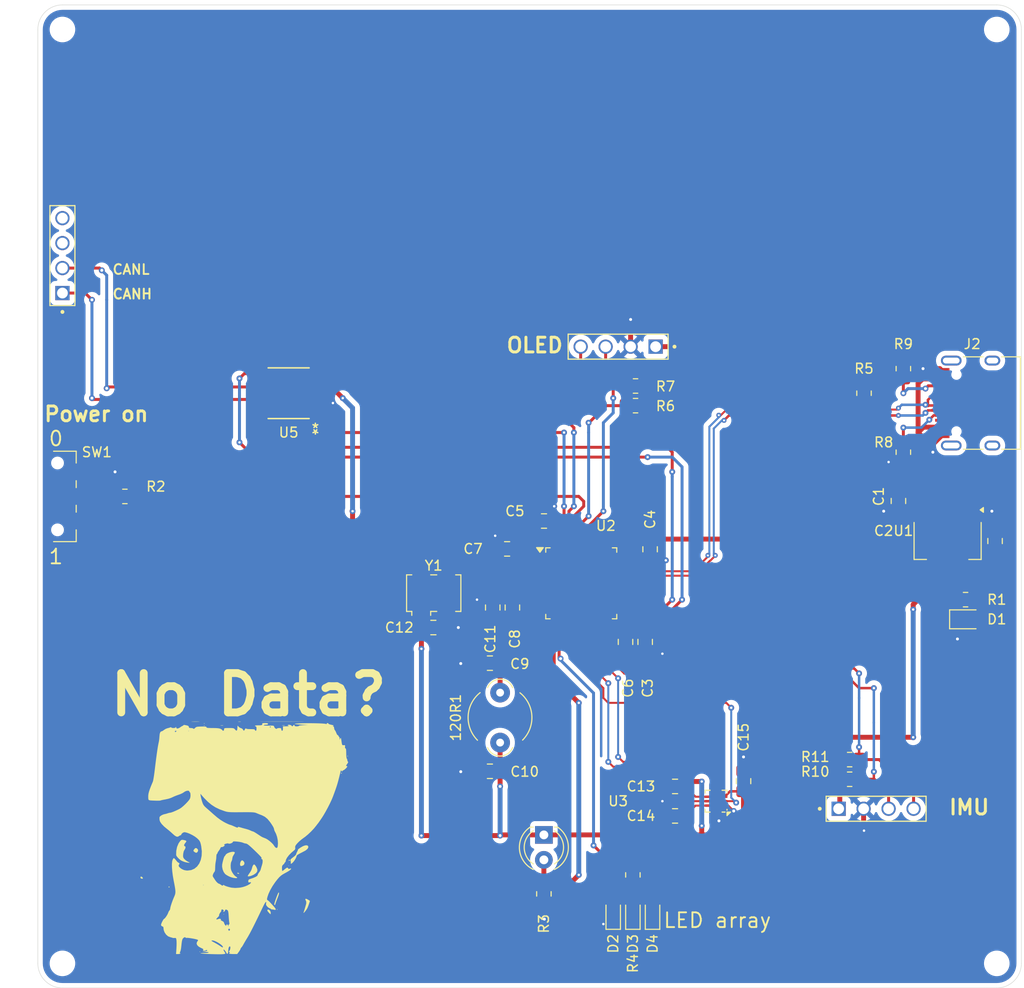
<source format=kicad_pcb>
(kicad_pcb (version 20241229) (generator "pcbnew") (generator_version "9.0")
  (layers (0 "F.Cu" signal) (2 "B.Cu" signal) (13 "F.Paste" user) (15 "B.Paste" user) (5 "F.SilkS" user "F.Silkscreen") (7 "B.SilkS" user "B.Silkscreen") (1 "F.Mask" user) (3 "B.Mask" user) (25 "Edge.Cuts" user))
  (net 0 "")
  (net 1 "+3V3")
  (net 2 "VBUS")
  (net 3 "GND")
  (net 6 "SPI_MOSI")
  (net 7 "/SHDN")
  (net 11 "SPI_SCK")
  (net 13 "/CAN_RX")
  (net 14 "/BOOT0")
  (net 17 "/USB_D+")
  (net 19 "/I2C2_SDA_IMU")
  (net 23 "/STD")
  (net 27 "/HSE_in")
  (net 30 "/CC1")
  (net 31 "/USB_D-")
  (net 33 "+3.3VA")
  (net 35 "SPI_MISO")
  (net 36 "/CC2")
  (net 37 "/CAN_TX")
  (net 38 "/I2C2_SCL_IMU")
  (net 39 "/NRST")
  (net 40 "/PWR_LED_K")
  (net 41 "Net-(D2-A)")
  (net 42 "/SW_BOOT0")
  (net 43 "Net-(U2-PA4)")
  (net 44 "Net-(U2-PA3)")
  (net 47 "/I2C1_SDA_OLED")
  (net 48 "/I2C1_SCL_OLED")
  (net 52 "/CANH")
  (net 53 "/CANL")
  (footprint "Resistor_SMD:R_0805_2012Metric_Pad1.20x1.40mm_HandSolder" (layer "F.Cu") (at 160.77 76.265 180)
    (property "Reference" "R7")
    (property "Value" "1K5")
  )
  (footprint "Button_Switch_SMD:SW_SPDT_CK_JS102011SAQN" (layer "F.Cu") (at 102 87.5 -90)
    (property "Reference" "SW1")
    (property "Value" "SW_SPDT")
  )
  (footprint "Resistor_SMD:R_0805_2012Metric_Pad1.20x1.40mm_HandSolder" (layer "F.Cu") (at 188 83 -90)
    (property "Reference" "R8")
    (property "Value" "5k1")
  )
  (footprint "Package_LGA:Rohm_MLGA010V020A_LGA-10_2x2mm_P0.45mm_LayoutBorder2x3y" (layer "F.Cu") (at 168.96 118.5 180)
    (property "Reference" "U3")
    (property "Value" "BME280")
  )
  (footprint "Capacitor_SMD:C_0805_2012Metric_Pad1.18x1.45mm_HandSolder" (layer "F.Cu") (at 171.75 116.4625 90)
    (property "Reference" "C15")
    (property "Value" "100n")
  )
  (footprint "Capacitor_SMD:C_0805_2012Metric_Pad1.18x1.45mm_HandSolder" (layer "F.Cu") (at 197.325 92.0375 90)
    (property "Reference" "C2")
    (property "Value" "22u")
  )
  (footprint "Resistor_SMD:R_0805_2012Metric_Pad1.20x1.40mm_HandSolder" (layer "F.Cu") (at 108.85 87.5)
    (property "Reference" "R2")
    (property "Value" "10k")
  )
  (footprint "Resistor_SMD:R_0805_2012Metric_Pad1.20x1.40mm_HandSolder" (layer "F.Cu") (at 188 74.5 90)
    (property "Reference" "R9")
    (property "Value" "5k1")
  )
  (footprint "LED_THT:LED_D4.0mm" (layer "F.Cu") (at 151.451 121.93 -90)
    (property "Reference" "TH1" (hide yes))
    (property "Value" "10K")
  )
  (footprint "Package_TO_SOT_SMD:SOT-223-3_TabPin2" (layer "F.Cu") (at 192.5 92 -90)
    (property "Reference" "U1")
    (property "Value" "AMS1117-3.3")
  )
  (footprint "LED_SMD:LED_0603_1608Metric_Pad1.05x0.95mm_HandSolder" (layer "F.Cu") (at 160.5 129.875 90)
    (property "Reference" "D3")
    (property "Value" "LED_G" (hide yes))
  )
  (footprint "Connector_Pin:Conn_01x04_pin" (layer "F.Cu") (at 102.5 63 90)
    (property "Reference" "J5")
    (property "Value" "Conn_01x04_Socket")
  )
  (footprint "Capacitor_SMD:C_0805_2012Metric_Pad1.18x1.45mm_HandSolder" (layer "F.Cu") (at 145.9625 115.46 180)
    (property "Reference" "C10")
    (property "Value" "1u")
  )
  (footprint "MountingHole:MountingHole_2.2mm_M2" (layer "F.Cu") (at 197.5 40)
    (property "Reference" "H2")
    (property "Value" "MountingHole")
  )
  (footprint "Capacitor_SMD:C_0805_2012Metric_Pad1.18x1.45mm_HandSolder" (layer "F.Cu") (at 162.25 92.875 -90)
    (property "Reference" "C4")
    (property "Value" "100n")
  )
  (footprint "MountingHole:MountingHole_2.2mm_M2" (layer "F.Cu") (at 197.5 135)
    (property "Reference" "H4")
    (property "Value" "MountingHole")
  )
  (footprint "Resistor_SMD:R_0805_2012Metric_Pad1.20x1.40mm_HandSolder" (layer "F.Cu") (at 184 77 -90)
    (property "Reference" "R5")
    (property "Value" "1k5")
  )
  (footprint "LED_SMD:LED_0603_1608Metric_Pad1.05x0.95mm_HandSolder" (layer "F.Cu") (at 158.5 129.875 90)
    (property "Reference" "D2")
    (property "Value" "LED_R" (hide yes))
  )
  (footprint "Package_QFP:LQFP-48_7x7mm_P0.5mm" (layer "F.Cu") (at 155.25 96.3375)
    (property "Reference" "U2")
    (property "Value" "STM32F103C8T6")
  )
  (footprint "Capacitor_SMD:C_0805_2012Metric_Pad1.18x1.45mm_HandSolder" (layer "F.Cu") (at 187.5 87.9625 -90)
    (property "Reference" "C1")
    (property "Value" "22u")
  )
  (footprint "LED_SMD:LED_0805_2012Metric" (layer "F.Cu") (at 194.3875 100)
    (property "Reference" "D1")
    (property "Value" "LED")
  )
  (footprint "Capacitor_SMD:C_0805_2012Metric_Pad1.18x1.45mm_HandSolder" (layer "F.Cu") (at 140.2125 100.8375)
    (property "Reference" "C12")
    (property "Value" "100n")
  )
  (footprint "MountingHole:MountingHole_2.2mm_M2" (layer "F.Cu") (at 102.5 40)
    (property "Reference" "H1")
    (property "Value" "MountingHole")
  )
  (footprint "Capacitor_SMD:C_0805_2012Metric_Pad1.18x1.45mm_HandSolder" (layer "F.Cu") (at 151.4625 90)
    (property "Reference" "C5")
    (property "Value" "100n")
  )
  (footprint "Connector_Pin:Conn_01x04_pin" (layer "F.Cu") (at 185.23 119.27)
    (property "Reference" "J3")
    (property "Value" "Conn_01x04_Socket")
  )
  (footprint "Resistor_SMD:R_0805_2012Metric_Pad1.20x1.40mm_HandSolder" (layer "F.Cu") (at 194.325 98)
    (property "Reference" "R1")
    (property "Value" "1k5")
  )
  (footprint "MountingHole:MountingHole_2.2mm_M2" (layer "F.Cu") (at 102.5 135)
    (property "Reference" "H3")
    (property "Value" "MountingHole")
  )
  (footprint "LOGO" (layer "F.Cu") (at 120.5 122.5)
    (property "Reference" "G***" (hide yes))
    (property "Value" "LOGO" (hide yes))
  )
  (footprint "Oscillator:Oscillator_SMD_TXC_7C-4Pin_5.0x3.2mm" (layer "F.Cu") (at 140.25 97.3375)
    (property "Reference" "Y1")
    (property "Value" "OT32258MJBA4SL")
  )
  (footprint "Connector_USB:USB_C_Receptacle_HRO_TYPE-C-31-M-12" (layer "F.Cu") (at 196 78 90)
    (property "Reference" "J2")
    (property "Value" "USB_C_Receptacle_USB2.0_16P")
  )
  (footprint "Capacitor_SMD:C_0805_2012Metric_Pad1.18x1.45mm_HandSolder" (layer "F.Cu") (at 147.7125 92.8375 180)
    (property "Reference" "C7")
    (property "Value" "100n")
  )
  (footprint "Capacitor_SMD:C_0805_2012Metric_Pad1.18x1.45mm_HandSolder" (layer "F.Cu") (at 146.25 98.8 90)
    (property "Reference" "C11")
    (property "Value" "100n")
  )
  (footprint "Resistor_SMD:R_0805_2012Metric_Pad1.20x1.40mm_HandSolder" (layer "F.Cu") (at 151.451 127.93 -90)
    (property "Reference" "R3")
    (property "Value" "10K")
  )
  (footprint "Capacitor_SMD:C_0805_2012Metric_Pad1.18x1.45mm_HandSolder" (layer "F.Cu") (at 164.7875 120 180)
    (property "Reference" "C14")
    (property "Value" "100n")
  )
  (footprint "Resistor_SMD:R_0805_2012Metric_Pad1.20x1.40mm_HandSolder" (layer "F.Cu") (at 160.77 78.265 180)
    (property "Reference" "R6")
    (property "Value" "1K5")
  )
  (footprint "Resistor_SMD:R_0805_2012Metric_Pad1.20x1.40mm_HandSolder" (layer "F.Cu") (at 160.5 126 90)
    (property "Reference" "R4")
    (property "Value" "1k5")
  )
  (footprint "Capacitor_SMD:C_0805_2012Metric_Pad1.18x1.45mm_HandSolder" (layer "F.Cu") (at 164.7875 117 180)
    (property "Reference" "C13")
    (property "Value" "100n")
  )
  (footprint "Capacitor_SMD:C_0805_2012Metric_Pad1.18x1.45mm_HandSolder" (layer "F.Cu") (at 161.75 102.3 -90)
    (property "Reference" "C3")
    (property "Value" "10u")
  )
  (footprint "LED_SMD:LED_0603_1608Metric_Pad1.05x0.95mm_HandSolder" (layer "F.Cu") (at 162.5 129.875 90)
    (property "Reference" "D4")
    (property "Value" "LED_B" (hide yes))
  )
  (footprint "Resistor_SMD:R_0805_2012Metric_Pad1.20x1.40mm_HandSolder" (layer "F.Cu") (at 182.54 116.27)
    (property "Reference" "R10")
    (property "Value" "1K5")
  )
  (footprint "Capacitor_SMD:C_0805_2012Metric_Pad1.18x1.45mm_HandSolder" (layer "F.Cu") (at 148.25 98.8 90)
    (property "Reference" "C8")
    (property "Value" "10n")
  )
  (footprint "Connector_Pin:Conn_01x04_pin" (layer "F.Cu") (at 159 72.265 180)
    (property "Reference" "J1")
    (property "Value" "Conn_01x04_Socket")
  )
  (footprint "Audio_Module:SOIC8_4P9X3P9MC_MCH" (layer "F.Cu") (at 125.5 77 180)
    (property "Reference" "U5")
    (property "Value" "MCP2542FD")
  )
  (footprint "Ferrite_THT:LairdTech_28C0236-0JW-10" (layer "F.Cu") (at 147 112.54 90)
    (property "Reference" "120R1")
    (property "Value" "FerriteBead")
  )
  (footprint "Resistor_SMD:R_0805_2012Metric_Pad1.20x1.40mm_HandSolder" (layer "F.Cu") (at 182.54 114.27)
    (property "Reference" "R11")
    (property "Value" "1K5")
  )
  (footprint "Capacitor_SMD:C_0805_2012Metric_Pad1.18x1.45mm_HandSolder" (layer "F.Cu") (at 159.75 102.3 -90)
    (property "Reference" "C6")
    (property "Value" "100n")
  )
  (footprint "Capacitor_SMD:C_0805_2012Metric_Pad1.18x1.45mm_HandSolder" (layer "F.Cu") (at 145.9625 104.46 180)
    (property "Reference" "C9")
    (property "Value" "1u")
  )
  (gr_line (start 100 135) (end 100 40) (stroke (width 0.05)) (layer "Edge.Cuts"))
  (gr_line (start 102.5 37.5) (end 197.5 37.5) (stroke (width 0.05)) (layer "Edge.Cuts"))
  (gr_line (start 196.5 137.5) (end 102.5 137.5) (stroke (width 0.05)) (layer "Edge.Cuts"))
  (gr_arc (start 197.5 37.5) (mid 199.267767 38.232233) (end 200 40) (stroke (width 0.05)) (layer "Edge.Cuts"))
  (gr_line (start 197.5 137.5) (end 196.5 137.5) (stroke (width 0.05)) (layer "Edge.Cuts"))
  (gr_arc (start 100 40) (mid 100.732233 38.232233) (end 102.5 37.5) (stroke (width 0.05)) (layer "Edge.Cuts"))
  (gr_arc (start 200 135) (mid 199.267767 136.767767) (end 197.5 137.5) (stroke (width 0.05)) (layer "Edge.Cuts"))
  (gr_arc (start 102.5 137.5) (mid 100.732233 136.767767) (end 100 135) (stroke (width 0.05)) (layer "Edge.Cuts"))
  (gr_line (start 200 40) (end 200 135) (stroke (width 0.05)) (layer "Edge.Cuts"))
  (gr_text "CANH\n" (at 107.5 67.5 0) (layer "F.SilkS") (effects (font (size 1 1) (thickness 0.2) (bold yes)) (justify left bottom)))
  (gr_text "IMU" (at 192.5 120 0) (layer "F.SilkS") (effects (font (size 1.5 1.5) (thickness 0.3) (bold yes)) (justify left bottom)))
  (gr_text "OLED" (at 147.5 73 0) (layer "F.SilkS") (effects (font (size 1.5 1.5) (thickness 0.3) (bold yes)) (justify left bottom)))
  (gr_text "CANL" (at 107.5 65 0) (layer "F.SilkS") (effects (font (size 1 1) (thickness 0.1875)) (justify left bottom)))
  (gr_text "LED array\n" (at 163.5 131.5 0) (layer "F.SilkS") (effects (font (size 1.5 1.5) (thickness 0.1875)) (justify left bottom)))
  (gr_text "Power on" (at 100.5 80 0) (layer "F.SilkS") (effects (font (size 1.5 1.5) (thickness 0.3) (bold yes)) (justify left bottom)))
  (gr_text "No Data?\n" (at 107 110 0) (layer "F.SilkS") (effects (font (size 4 4) (thickness 0.8) (bold yes)) (justify left bottom)))
  (gr_text "1" (at 101 94.5 0) (layer "F.SilkS") (effects (font (size 1.5 1.5) (thickness 0.1875)) (justify left bottom)))
  (gr_text "0\n" (at 101 82.5 0) (layer "F.SilkS") (effects (font (size 1.5 1.5) (thickness 0.1875)) (justify left bottom)))
  (segment (start 147 112.54) (end 147 115.46) (width 0.5) (layer "F.Cu") (net 1))
  (segment (start 167.5 116.5) (end 166.325 116.5) (width 0.5) (layer "F.Cu") (net 1))
  (segment (start 189.6625 97.8375) (end 189.5 98) (width 0.5) (layer "F.Cu") (net 1))
  (segment (start 192.5 97.3375) (end 192 97.8375) (width 0.5) (layer "F.Cu") (net 1))
  (segment (start 192.5 88.85) (end 192.5 88.5) (width 0.5) (layer "F.Cu") (net 1))
  (segment (start 189.5 98) (end 171 98) (width 0.5) (layer "F.Cu") (net 1))
  (segment (start 138.98 98.4375) (end 138.98 96.2375) (width 0.3) (layer "F.Cu") (net 1))
  (segment (start 168.5 98) (end 165.2375 101.2625) (width 0.5) (layer "F.Cu") (net 1))
  (segment (start 189 112) (end 182.5 112) (width 0.5) (layer "F.Cu") (net 1))
  (segment (start 171.75 117.5) (end 171.75 119.75) (width 0.5) (layer "F.Cu") (net 1))
  (segment (start 132 90) (end 137.5 90) (width 0.5) (layer "F.Cu") (net 1))
  (segment (start 147 122) (end 147.07 121.93) (width 0.5) (layer "F.Cu") (net 1))
  (segment (start 181.54 119.15) (end 181.42 119.27) (width 0.5) (layer "F.Cu") (net 1))
  (segment (start 167 83.495) (end 167 79.5) (width 0.5) (layer "F.Cu") (net 1))
  (segment (start 131 77.5) (end 129.865 76.365) (width 0.5) (layer "F.Cu") (net 1))
  (segment (start 169.825 118.05) (end 170.375 117.5) (width 0.25) (layer "F.Cu") (net 1))
  (segment (start 169.75 76.75) (end 165.265 72.265) (width 0.5) (layer "F.Cu") (net 1))
  (segment (start 129.865 76.365) (end 127.9638 76.365) (width 0.5) (layer "F.Cu") (net 1))
  (segment (start 160.5 93.5875) (end 162.25 91.8375) (width 0.3) (layer "F.Cu") (net 1))
  (segment (start 104.75 90) (end 132 90) (width 0.5) (layer "F.Cu") (net 1))
  (segment (start 165.825 121.255) (end 166.5 121.93) (width 0.5) (layer "F.Cu") (net 1))
  (segment (start 138.98 92) (end 140.98 90) (width 0.5) (layer "F.Cu") (net 1))
  (segment (start 161.75 101.2625) (end 158.7625 101.2625) (width 0.3) (layer "F.Cu") (net 1))
  (segment (start 139 103) (end 139 101.0125) (width 0.5) (layer "F.Cu") (net 1))
  (segment (start 137.5 90) (end 138.98 91.48) (width 0.5) (layer "F.Cu") (net 1))
  (segment (start 167 83.495) (end 161.77 78.265) (width 0.5) (layer "F.Cu") (net 1))
  (segment (start 140.98 90) (end 147 90) (width 0.5) (layer "F.Cu") (net 1))
  (segment (start 181.54 116.27) (end 181.54 119.15) (width 0.5) (layer "F.Cu") (net 1))
  (segment (start 181.54 112.96) (end 181.54 114.27) (width 0.5) (layer "F.Cu") (net 1))
  (segment (start 171 93) (end 169.8375 91.8375) (width 0.5) (layer "F.Cu") (net 1))
  (segment (start 169.43 121.93) (end 167.5 121.93) (width 0.5) (layer "F.Cu") (net 1))
  (segment (start 166.325 116.5) (end 165.825 117) (width 0.5) (layer "F.Cu") (net 1))
  (segment (start 189 98.5) (end 189 99) (width 0.5) (layer "F.Cu") (net 1))
  (segment (start 165.825 120) (end 165.825 121.255) (width 0.5) (layer "F.Cu") (net 1))
  (segment (start 148.75 91.75) (end 148.75 92.8375) (width 0.5) (layer "F.Cu") (net 1))
  (segment (start 139.175 100.8375) (end 139.175 98.6325) (width 0.3) (layer "F.Cu") (net 1))
  (segment (start 192.5 95.15) (end 192.5 96.5) (width 0.5) (layer "F.Cu") (net 1))
  (segment (start 169.8375 91.8375) (end 167 91.8375) (width 0.5) (layer "F.Cu") (net 1))
  (segment (start 169.5 122) (end 169.43 121.93) (width 0.5) (layer "F.Cu") (net 1))
  (segment (start 151.0875 93.5875) (end 149.5 93.5875) (width 0.3) (layer "F.Cu") (net 1))
  (segment (start 152.5 92.175) (end 150.425 90.1) (width 0.3) (layer "F.Cu") (net 1))
  (segment (start 147.07 121.93) (end 151.451 121.93) (width 0.5) (layer "F.Cu") (net 1))
  (segment (start 168.095 118.05) (end 166.875 118.05) (width 0.2) (layer "F.Cu") (net 1))
  (segment (start 147 122) (end 139 122) (width 0.5) (layer "F.Cu") (net 1))
  (segment (start 165.265 72.265) (end 162.81 72.265) (width 0.5) (layer "F.Cu") (net 1))
  (segment (start 166.5 121.93) (end 151.451 121.93) (width 0.5) (layer "F.Cu") (net 1))
  (segment (start 158.7625 101.2625) (end 158 100.5) (width 0.3) (layer "F.Cu") (net 1))
  (segment (start 197.925 93.075) (end 197.325 93.075) (width 0.5) (layer "F.Cu") (net 1))
  (segment (start 132 90) (end 132 89) (width 0.5) (layer "F.Cu") (net 1))
  (segment (start 193.1625 97.8375) (end 192 97.8375) (width 0.5) (layer "F.Cu") (net 1))
  (segment (start 170.375 117.5) (end 171.75 117.5) (width 0.25) (layer "F.Cu") (net 1))
  (segment (start 192.5 96.5) (end 192.5 97.175) (width 0.5) (layer "F.Cu") (net 1))
  (segment (start 139 101.0125) (end 139.175 100.8375) (width 0.5) (layer "F.Cu") (net 1))
  (segment (start 172.98 116.27) (end 171.75 117.5) (width 0.5) (layer "F.Cu") (net 1))
  (segment (start 147 90) (end 148.75 91.75) (width 0.5) (layer "F.Cu") (net 1))
  (segment (start 161.77 78.265) (end 161.77 76.265) (width 0.3) (layer "F.Cu") (net 1))
  (segment (start 171 98) (end 168.5 98) (width 0.5) (layer "F.Cu") (net 1))
  (segment (start 147 90) (end 150.425 90) (width 0.5) (layer "F.Cu") (net 1))
  (segment (start 166.875 118.05) (end 165.825 117) (width 0.2) (layer "F.Cu") (net 1))
  (segment (start 166.875 118.95) (end 165.825 120) (width 0.2) (layer "F.Cu") (net 1))
  (segment (start 138.98 92) (end 138.98 96.2375) (width 0.5) (layer "F.Cu") (net 1))
  (segment (start 167 91.8375) (end 162.25 91.8375) (width 0.5) (layer "F.Cu") (net 1))
  (segment (start 181.54 114.27) (end 181.54 116.27) (width 0.5) (layer "F.Cu") (net 1))
  (segment (start 139.175 98.6325) (end 138.98 98.4375) (width 0.3) (layer "F.Cu") (net 1))
  (segment (start 167 91.8375) (end 167 83.495) (width 0.5) (layer "F.Cu") (net 1))
  (segment (start 193.325 98) (end 193.1625 97.8375) (width 0.5) (layer "F.Cu") (net 1))
  (segment (start 150.425 90.1) (end 150.425 90) (width 0.3) (layer "F.Cu") (net 1))
  (segment (start 167.5 121.93) (end 166.5 121.93) (width 0.5) (layer "F.Cu") (net 1))
  (segment (start 197.325 93.975) (end 196.15 95.15) (width 0.5) (layer "F.Cu") (net 1))
  (segment (start 167.5 121.93) (end 167.5 121) (width 0.5) (layer "F.Cu") (net 1))
  (segment (start 189.6625 97.8375) (end 189 98.5) (width 0.5) (layer "F.Cu") (net 1))
  (segment (start 167 79.5) (end 169.75 76.75) (width 0.5) (layer "F.Cu") (net 1))
  (segment (start 168.095 118.95) (end 166.875 118.95) (width 0.2) (layer "F.Cu") (net 1))
  (segment (start 181.54 116.27) (end 172.98 116.27) (width 0.5) (layer "F.Cu") (net 1))
  (segment (start 171.75 119.75) (end 169.5 122) (width 0.5) (layer "F.Cu") (net 1))
  (segment (start 171 98) (end 171 93) (width 0.5) (layer "F.Cu") (net 1))
  (segment (start 138.98 91.48) (end 138.98 92) (width 0.5) (layer "F.Cu") (net 1))
  (segment (start 149.5 93.5875) (end 148.75 92.8375) (width 0.3) (layer "F.Cu") (net 1))
  (segment (start 147 117) (end 147 115.46) (width 0.5) (layer "F.Cu") (net 1))
  (segment (start 165.2375 101.2625) (end 161.75 101.2625) (width 0.5) (layer "F.Cu") (net 1))
  (segment (start 192.5 97.175) (end 193.325 98) (width 0.5) (layer "F.Cu") (net 1))
  (segment (start 192 97.8375) (end 189.6625 97.8375) (width 0.5) (layer "F.Cu") (net 1))
  (segment (start 192.5 96.5) (end 192.5 97.3375) (width 0.5) (layer "F.Cu") (net 1))
  (segment (start 196.15 95.15) (end 192.5 95.15) (width 0.5) (layer "F.Cu") (net 1))
  (segment (start 159.4125 93.5875) (end 160.5 93.5875) (width 0.3) (layer "F.Cu") (net 1))
  (segment (start 182.5 112) (end 181.54 112.96) (width 0.5) (layer "F.Cu") (net 1))
  (segment (start 170.5 76) (end 184 76) (width 0.5) (layer "F.Cu") (net 1))
  (segment (start 197.325 93.075) (end 197.325 93.975) (width 0.5) (layer "F.Cu") (net 1))
  (segment (start 169.75 76.75) (end 170.5 76) (width 0.5) (layer "F.Cu") (net 1))
  (via (at 131 77.5) (size 0.6) (drill 0.25) (layers "F.Cu" "B.Cu") (net 1))
  (via (at 189 112) (size 0.6) (drill 0.25) (layers "F.Cu" "B.Cu") (net 1))
  (via (at 132 89) (size 0.6) (drill 0.25) (layers "F.Cu" "B.Cu") (net 1))
  (via (at 167.5 121) (size 0.6) (drill 0.25) (layers "F.Cu" "B.Cu") (net 1))
  (via (at 139 103) (size 0.6) (drill 0.25) (layers "F.Cu" "B.Cu") (net 1))
  (via (at 139 122) (size 0.6) (drill 0.25) (layers "F.Cu" "B.Cu") (net 1))
  (via (at 147 117) (size 0.6) (drill 0.3) (layers "F.Cu" "B.Cu") (net 1))
  (via (at 167.5 116.5) (size 0.6) (drill 0.25) (layers "F.Cu" "B.Cu") (net 1))
  (via (at 147 122) (size 0.6) (drill 0.3) (layers "F.Cu" "B.Cu") (net 1))
  (via (at 189 99) (size 0.6) (drill 0.25) (layers "F.Cu" "B.Cu") (net 1))
  (segment (start 147 122) (end 147 117) (width 0.5) (layer "B.Cu") (net 1))
  (segment (start 189 99) (end 189 112) (width 0.5) (layer "B.Cu") (net 1))
  (segment (start 132 78.5) (end 131 77.5) (width 0.5) (layer "B.Cu") (net 1))
  (segment (start 139 122) (end 139 103) (width 0.5) (layer "B.Cu") (net 1))
  (segment (start 167.5 121) (end 167.5 116.5) (width 0.5) (layer "B.Cu") (net 1))
  (segment (start 132 89) (end 132 78.5) (width 0.5) (layer "B.Cu") (net 1))
  (segment (start 189.5 76) (end 189.95 75.55) (width 0.5) (layer "F.Cu") (net 2))
  (segment (start 189.95 75.55) (end 191.955 75.55) (width 0.5) (layer "F.Cu") (net 2))
  (segment (start 190.2 81.7) (end 190.2 88.85) (width 0.5) (layer "F.Cu") (net 2))
  (segment (start 189.5 81) (end 190.2 81.7) (width 0.5) (layer "F.Cu") (net 2))
  (segment (start 189.5 81) (end 189.5 76) (width 0.5) (layer "F.Cu") (net 2))
  (segment (start 187.5 86.925) (end 190.125 86.925) (width 0.5) (layer "F.Cu") (net 2))
  (segment (start 190.05 80.45) (end 191.955 80.45) (width 0.5) (layer "F.Cu") (net 2))
  (segment (start 189.5 81) (end 190.05 80.45) (width 0.5) (layer "F.Cu") (net 2))
  (segment (start 190 74) (end 189.5 73.5) (width 0.3) (layer "F.Cu") (net 3))
  (segment (start 146.675 92.8375) (end 146.675 91.675) (width 0.3) (layer "F.Cu") (net 3))
  (segment (start 148.25 97.7625) (end 146.25 97.7625) (width 0.3) (layer "F.Cu") (net 3))
  (segment (start 165.25 118.5) (end 163.5 118.5) (width 0.25) (layer "F.Cu") (net 3))
  (segment (start 146.675 91.675) (end 146.5 91.5) (width 0.3) (layer "F.Cu") (net 3))
  (segment (start 191 82.205) (end 191 83) (width 0.5) (layer "F.Cu") (net 3))
  (segment (start 159 130.75) (end 157.75 130.75) (width 0.3) (layer "F.Cu") (net 3))
  (segment (start 196.85 88.85) (end 197 89) (width 0.5) (layer "F.Cu") (net 3))
  (segment (start 191.955 81.25) (end 191 82.205) (width 0.5) (layer "F.Cu") (net 3))
  (segment (start 165.25 118.5) (end 163.75 117) (width 0.2) (layer "F.Cu") (net 3))
  (segment (start 144.925 104.46) (end 143.04 104.46) (width 0.5) (layer "F.Cu") (net 3))
  (segment (start 158.789152 103.3375) (end 161.75 103.3375) (width 0.3) (layer "F.Cu") (net 3))
  (segment (start 193.45 100) (end 193.45 101.95) (width 0.5) (layer "F.Cu") (net 3))
  (segment (start 169.19 120) (end 169.19 119.815) (width 0.2) (layer "F.Cu") (net 3))
  (segment (start 189.5 73.5) (end 188 73.5) (width 0.3) (layer "F.Cu") (net 3))
  (segment (start 162.075 94.0875) (end 159.4125 94.0875) (width 0.3) (layer "F.Cu") (net 3))
  (segment (start 152.5 88.5) (end 152.5 90.832966) (width 0.3) (layer "F.Cu") (net 3))
  (segment (start 142.75 100.8375) (end 141.25 100.8375) (width 0.3) (layer "F.Cu") (net 3))
  (segment (start 157.5 102.048348) (end 158.789152 103.3375) (width 0.3) (layer "F.Cu") (net 3))
  (segment (start 151.0875 97.0875) (end 148.925 97.0875) (width 0.3) (layer "F.Cu") (net 3))
  (segment (start 162.25 93.9125) (end 162.075 94.0875) (width 0.3) (layer "F.Cu") (net 3))
  (segment (start 163.3375 103.3375) (end 163.5 103.5) (width 0.3) (layer "F.Cu") (net 3))
  (segment (start 152.5 90.832966) (end 152.999 91.331966) (width 0.3) (layer "F.Cu") (net 3))
  (segment (start 169.825 118.95) (end 170.2 118.95) (width 0.2) (layer "F.Cu") (net 3))
  (segment (start 151.451 128.93) (end 151.451 130.451) (width 0.5) (layer "F.Cu") (net 3))
  (segment (start 163.7625 93.9125) (end 163.85 94) (width 0.3) (layer "F.Cu") (net 3))
  (segment (start 160.27 72.265) (end 160.27 69.5) (width 0.5) (layer "F.Cu") (net 3))
  (segment (start 146.0125 98) (end 146.25 97.7625) (width 0.3) (layer "F.Cu") (net 3))
  (segment (start 171.75 115.425) (end 171.75 114) (width 0.3) (layer "F.Cu") (net 3))
  (segment (start 193.45 101.95) (end 193.5 102) (width 0.5) (layer "F.Cu") (net 3))
  (segment (start 165.25 118.5) (end 163.75 120) (width 0.2) (layer "F.Cu") (net 3))
  (segment (start 144.65 98) (end 146.0125 98) (width 0.3) (layer "F.Cu") (net 3))
  (segment (start 159 130.75) (end 162 130.75) (width 0.3) (layer "F.Cu") (net 3))
  (segment (start 190 74.5) (end 191.705 74.5) (width 0.5) (layer "F.Cu") (net 3))
  (segment (start 157.5 100.5) (end 157.5 102.048348) (width 0.3) (layer "F.Cu") (net 3))
  (segment (start 162.25 93.9125) (end 163.7625 93.9125) (width 0.3) (layer "F.Cu") (net 3))
  (segment (start 141.52 100.5675) (end 141.25 100.8375) (width 0.3) (layer "F.Cu") (net 3))
  (segment (start 141.52 98.4375) (end 141.52 100.5675) (width 0.3) (layer "F.Cu") (net 3))
  (segment (start 183.96 121.46) (end 184 121.5) (width 0.5) (layer "F.Cu") (net 3))
  (segment (start 188 84) (end 186.5 84) (width 0.3) (layer "F.Cu") (net 3))
  (segment (start 194.8 88.85) (end 196.85 88.85) (width 0.5) (layer "F.Cu") (net 3))
  (segment (start 183.96 119.27) (end 183.96 121.46) (width 0.5) (layer "F.Cu") (net 3))
  (segment (start 170.2 118.95) (end 170.75 119.5) (width 0.2) (layer "F.Cu") (net 3))
  (segment (start 187.5 89) (end 186 89) (width 0.5) (layer "F.Cu") (net 3))
  (segment (start 144.925 115.46) (end 143.04 115.46) (width 0.5) (layer "F.Cu") (net 3))
  (segment (start 143.04 115.46) (end 143 115.5) (width 0.5) (layer "F.Cu") (net 3))
  (segment (start 169.19 120) (end 169.19 120.44) (width 0.2) (layer "F.Cu") (net 3))
  (segment (start 129.635 77.635) (end 130 78) (width 0.5) (layer "F.Cu") (net 3))
  (segment (start 148.925 97.0875) (end 148.25 97.7625) (width 0.3) (layer "F.Cu") (net 3))
  (segment (start 197 90.675) (end 197.325 91) (width 0.5) (layer "F.Cu") (net 3))
  (segment (start 191.705 74.5) (end 191.955 74.75) (width 0.5) (layer "F.Cu") (net 3))
  (segment (start 169.19 119.365) (end 169.19 120) (width 0.2) (layer "F.Cu") (net 3))
  (segment (start 157.75 130.75) (end 157.5 131) (width 0.3) (layer "F.Cu") (net 3))
  (segment (start 197 89) (end 197 90.675) (width 0.5) (layer "F.Cu") (net 3))
  (segment (start 143.04 104.46) (end 143 104.5) (width 0.5) (layer "F.Cu") (net 3))
  (segment (start 127.9638 77.635) (end 129.635 77.635) (width 0.5) (layer "F.Cu") (net 3))
  (segment (start 169.19 119.815) (end 168.74 119.365) (width 0.2) (layer "F.Cu") (net 3))
  (segment (start 161.75 103.3375) (end 163.3375 103.3375) (width 0.3) (layer "F.Cu") (net 3))
  (segment (start 169.19 120.44) (end 169.25 120.5) (width 0.2) (layer "F.Cu") (net 3))
  (segment (start 168.095 118.5) (end 165.25 118.5) (width 0.2) (layer "F.Cu") (net 3))
  (segment (start 151.451 130.451) (end 151.5 130.5) (width 0.5) (layer "F.Cu") (net 3))
  (segment (start 104.75 85) (end 107.85 85) (width 0.5) (layer "F.Cu") (net 3))
  (segment (start 190 74.5) (end 190 74) (width 0.3) (layer "F.Cu") (net 3))
  (via (at 191 83) (size 0.7) (drill 0.3) (layers "F.Cu" "B.Cu") (net 3))
  (via (at 169.25 120.5) (size 0.6) (drill 0.3) (layers "F.Cu" "B.Cu") (net 3))
  (via (at 143 115.5) (size 0.6) (drill 0.3) (layers "F.Cu" "B.Cu") (net 3))
  (via (at 163.5 118.5) (size 0.6) (drill 0.25) (layers "F.Cu" "B.Cu") (net 3))
  (via (at 160.27 69.5) (size 0.6) (drill 0.3) (layers "F.Cu" "B.Cu") (net 3))
  (via (at 193.5 102) (size 0.7) (drill 0.3) (layers "F.Cu" "B.Cu") (net 3))
  (via (at 130 78) (size 0.6) (drill 0.25) (layers "F.Cu" "B.Cu") (net 3))
  (via (at 197 89) (size 0.7) (drill 0.3) (layers "F.Cu" "B.Cu") (net 3))
  (via (at 143 104.5) (size 0.6) (drill 0.3) (layers "F.Cu" "B.Cu") (net 3))
  (via (at 163.85 94) (size 0.6) (drill 0.25) (layers "F.Cu" "B.Cu") (net 3))
  (via (at 171.75 114) (size 0.6) (drill 0.3) (layers "F.Cu" "B.Cu") (net 3))
  (via (at 151.5 130.5) (size 0.6) (drill 0.3) (layers "F.Cu" "B.Cu") (net 3))
  (via (at 170.75 119.5) (size 0.6) (drill 0.3) (layers "F.Cu" "B.Cu") (net 3))
  (via (at 157.5 131) (size 0.6) (drill 0.25) (layers "F.Cu" "B.Cu") (net 3))
  (via (at 107.85 85) (size 0.6) (drill 0.3) (layers "F.Cu" "B.Cu") (net 3))
  (via (at 152.5 88.5) (size 0.6) (drill 0.25) (layers "F.Cu" "B.Cu") (net 3))
  (via (at 184 121.5) (size 0.6) (drill 0.25) (layers "F.Cu" "B.Cu") (net 3))
  (via (at 186 89) (size 0.7) (drill 0.3) (layers "F.Cu" "B.Cu") (net 3))
  (via (at 146.5 91.5) (size 0.6) (drill 0.25) (layers "F.Cu" "B.Cu") (net 3))
  (via (at 163.5 103.5) (size 0.6) (drill 0.25) (layers "F.Cu" "B.Cu") (net 3))
  (via (at 190 74.5) (size 0.6) (drill 0.3) (layers "F.Cu" "B.Cu") (net 3))
  (via (at 142.75 100.8375) (size 0.6) (drill 0.3) (layers "F.Cu" "B.Cu") (net 3))
  (via (at 186.5 84) (size 0.6) (drill 0.25) (layers "F.Cu" "B.Cu") (net 3))
  (via (at 144.65 98) (size 0.6) (drill 0.25) (layers "F.Cu" "B.Cu") (net 3))
  (segment (start 169.19 114.69) (end 169 114.5) (width 0.2) (layer "F.Cu") (net 6))
  (segment (start 159.5 114.5) (end 159 114) (width 0.2) (layer "F.Cu") (net 6))
  (segment (start 169 114.5) (end 159.5 114.5) (width 0.2) (layer "F.Cu") (net 6))
  (segment (start 169.19 117.635) (end 169.19 114.69) (width 0.2) (layer "F.Cu") (net 6))
  (segment (start 159 106) (end 154.5 101.5) (width 0.2) (layer "F.Cu") (net 6))
  (segment (start 154.5 101.5) (end 154.5 100.5) (width 0.2) (layer "F.Cu") (net 6))
  (via (at 159 114) (size 0.6) (drill 0.25) (layers "F.Cu" "B.Cu") (net 6))
  (via (at 159 106) (size 0.6) (drill 0.25) (layers "F.Cu" "B.Cu") (net 6))
  (segment (start 159 114) (end 159 106) (width 0.2) (layer "B.Cu") (net 6))
  (segment (start 122.9412 75) (end 123.0362 75.095) (width 0.3) (layer "F.Cu") (net 7))
  (segment (start 164.4125 99.0875) (end 165.5 98) (width 0.3) (layer "F.Cu") (net 7))
  (segment (start 122 83.5) (end 120.5 82) (width 0.3) (layer "F.Cu") (net 7))
  (segment (start 162 83.5) (end 122 83.5) (width 0.3) (layer "F.Cu") (net 7))
  (segment (start 159.4125 99.0875) (end 164.4125 99.0875) (width 0.3) (layer "F.Cu") (net 7))
  (segment (start 120.5 75.5) (end 121 75) (width 0.3) (layer "F.Cu") (net 7))
  (segment (start 121 75) (end 122.9412 75) (width 0.3) (layer "F.Cu") (net 7))
  (via (at 120.5 82) (size 0.6) (drill 0.25) (layers "F.Cu" "B.Cu") (net 7))
  (via (at 162 83.5) (size 0.6) (drill 0.25) (layers "F.Cu" "B.Cu") (net 7))
  (via (at 165.5 98) (size 0.6) (drill 0.25) (layers "F.Cu" "B.Cu") (net 7))
  (via (at 120.5 75.5) (size 0.6) (drill 0.25) (layers "F.Cu" "B.Cu") (net 7))
  (segment (start 164.5 83.5) (end 162 83.5) (width 0.3) (layer "B.Cu") (net 7))
  (segment (start 165.5 98) (end 165.5 84.5) (width 0.3) (layer "B.Cu") (net 7))
  (segment (start 120.5 82) (end 120.5 75.5) (width 0.3) (layer "B.Cu") (net 7))
  (segment (start 165.5 84.5) (end 164.5 83.5) (width 0.3) (layer "B.Cu") (net 7))
  (segment (start 157.5 107) (end 157.5 108) (width 0.2) (layer "F.Cu") (net 11))
  (segment (start 158 108.5) (end 170 108.5) (width 0.2) (layer "F.Cu") (net 11))
  (segment (start 170.85 118.5) (end 169.825 118.5) (width 0.2) (layer "F.Cu") (net 11))
  (segment (start 157.5 108) (end 158 108.5) (width 0.2) (layer "F.Cu") (net 11))
  (segment (start 170 108.5) (end 170.5 109) (width 0.2) (layer "F.Cu") (net 11))
  (segment (start 153.5 103) (end 157.5 107) (width 0.2) (layer "F.Cu") (net 11))
  (segment (start 153.5 100.5) (end 153.5 103) (width 0.2) (layer "F.Cu") (net 11))
  (segment (start 171 118.65) (end 170.85 118.5) (width 0.2) (layer "F.Cu") (net 11))
  (via (at 170.5 109) (size 0.6) (drill 0.25) (layers "F.Cu" "B.Cu") (net 11))
  (via (at 171 118.65) (size 0.6) (drill 0.25) (layers "F.Cu" "B.Cu") (net 11))
  (segment (start 170.5 118.15) (end 171 118.65) (width 0.2) (layer "B.Cu") (net 11))
  (segment (start 170.5 109) (end 170.5 118.15) (width 0.2) (layer "B.Cu") (net 11))
  (segment (start 127.9638 75.095) (end 130.095 75.095) (width 0.3) (layer "F.Cu") (net 13))
  (segment (start 154.5 81) (end 154.5 80.5) (width 0.3) (layer "F.Cu") (net 13))
  (segment (start 154 89) (end 154.5 88.5) (width 0.3) (layer "F.Cu") (net 13))
  (segment (start 135 80) (end 154 80) (width 0.3) (layer "F.Cu") (net 13))
  (segment (start 130.5 75.5) (end 134.5 79.5) (width 0.3) (layer "F.Cu") (net 13))
  (segment (start 134.5 79.5) (end 135 80) (width 0.3) (layer "F.Cu") (net 13))
  (segment (start 130.095 75.095) (end 130.5 75.5) (width 0.3) (layer "F.Cu") (net 13))
  (segment (start 154 92.175) (end 154 89) (width 0.3) (layer "F.Cu") (net 13))
  (segment (start 154.5 80.5) (end 154 80) (width 0.3) (layer "F.Cu") (net 13))
  (via (at 154.5 81) (size 0.6) (drill 0.25) (layers "F.Cu" "B.Cu") (net 13))
  (via (at 154.5 88.5) (size 0.6) (drill 0.25) (layers "F.Cu" "B.Cu") (net 13))
  (segment (start 154.5 88.5) (end 154.5 81) (width 0.3) (layer "B.Cu") (net 13))
  (segment (start 154.5 89.5) (end 155.5 88.5) (width 0.3) (layer "F.Cu") (net 14))
  (segment (start 155.5 88) (end 155 87.5) (width 0.3) (layer "F.Cu") (net 14))
  (segment (start 155.5 88.5) (end 155.5 88) (width 0.3) (layer "F.Cu") (net 14))
  (segment (start 155 87.5) (end 109.85 87.5) (width 0.3) (layer "F.Cu") (net 14))
  (segment (start 154.5 92.175) (end 154.5 89.5) (width 0.3) (layer "F.Cu") (net 14))
  (segment (start 190.549 78.25) (end 191.955 78.25) (width 0.25) (layer "F.Cu") (net 17))
  (segment (start 170.016801 78.665) (end 169.446966 79.234835) (width 0.2) (layer "F.Cu") (net 17))
  (segment (start 184 78.665) (end 170.016801 78.665) (width 0.2) (layer "F.Cu") (net 17))
  (segment (start 187.35 78.665) (end 184 78.665) (width 0.2) (layer "F.Cu") (net 17))
  (segment (start 190.928 77.25) (end 190.5 77.678) (width 0.25) (layer "F.Cu") (net 17))
  (segment (start 190.549 78.25) (end 190.476178 78.177178) (width 0.25) (layer "F.Cu") (net 17))
  (segment (start 160.543751 95.1125) (end 160.518751 95.0875) (width 0.2) (layer "F.Cu") (net 17))
  (segment (start 187.5 78.515) (end 187.35 78.665) (width 0.2) (layer "F.Cu") (net 17))
  (segment (start 168.125 93.5) (end 168.125 93.613603) (width 0.2) (layer "F.Cu") (net 17))
  (segment (start 166.626103 95.1125) (end 160.543751 95.1125) (width 0.2) (layer "F.Cu") (net 17))
  (segment (start 190.476178 78.177178) (end 190.249999 78.177178) (width 0.25) (layer "F.Cu") (net 17))
  (segment (start 160.518751 95.0875) (end 159.4125 95.0875) (width 0.2) (layer "F.Cu") (net 17))
  (segment (start 191.955 77.25) (end 190.928 77.25) (width 0.25) (layer "F.Cu") (net 17))
  (segment (start 190.5 78.299) (end 190.549 78.25) (width 0.25) (layer "F.Cu") (net 17))
  (segment (start 190.5 77.678) (end 190.5 78.299) (width 0.25) (layer "F.Cu") (net 17))
  (segment (start 169.446966 79.234835) (end 169.234835 79.234835) (width 0.2) (layer "F.Cu") (net 17))
  (segment (start 168.125 93.613603) (end 166.626103 95.1125) (width 0.2) (layer "F.Cu") (net 17))
  (via (at 187.5 78.515) (size 0.5) (drill 0.2) (layers "F.Cu" "B.Cu") (net 17))
  (via (at 190.249999 78.177178) (size 0.6) (drill 0.25) (layers "F.Cu" "B.Cu") (net 17))
  (via (at 168.125 93.5) (size 0.5) (drill 0.2) (layers "F.Cu" "B.Cu") (net 17))
  (via (at 169.234835 79.234835) (size 0.5) (drill 0.2) (layers "F.Cu" "B.Cu") (net 17))
  (segment (start 168.274999 93.350001) (end 168.125 93.5) (width 0.2) (layer "B.Cu") (net 17))
  (segment (start 169.234835 79.234835) (end 169.234835 79.446966) (width 0.2) (layer "B.Cu") (net 17))
  (segment (start 168.274999 80.406802) (end 168.274999 93.350001) (width 0.2) (layer "B.Cu") (net 17))
  (segment (start 187.837822 78.177178) (end 187.5 78.515) (width 0.25) (layer "B.Cu") (net 17))
  (segment (start 190.249999 78.177178) (end 187.837822 78.177178) (width 0.25) (layer "B.Cu") (net 17))
  (segment (start 169.234835 79.446966) (end 168.274999 80.406802) (width 0.2) (layer "B.Cu") (net 17))
  (segment (start 189.04 117.77) (end 189.04 119.27) (width 0.3) (layer "F.Cu") (net 19))
  (segment (start 185.54 114.27) (end 189.04 117.77) (width 0.3) (layer "F.Cu") (net 19))
  (segment (start 183.5 113) (end 183.5 114.23) (width 0.25) (layer "F.Cu") (net 19))
  (segment (start 183.5 105.5) (end 183 105) (width 0.25) (layer "F.Cu") (net 19))
  (segment (start 183 105) (end 159.778486 105) (width 0.25) (layer "F.Cu") (net 19))
  (segment (start 183.54 114.27) (end 185.54 114.27) (width 0.3) (layer "F.Cu") (net 19))
  (segment (start 159.778486 105) (end 157 102.221514) (width 0.25) (layer "F.Cu") (net 19))
  (segment (start 183.5 114.23) (end 183.54 114.27) (width 0.25) (layer "F.Cu") (net 19))
  (segment (start 157 102.221514) (end 157 100.5) (width 0.25) (layer "F.Cu") (net 19))
  (via (at 183.5 105.5) (size 0.6) (drill 0.25) (layers "F.Cu" "B.Cu") (net 19))
  (via (at 183.5 113) (size 0.6) (drill 0.25) (layers "F.Cu" "B.Cu") (net 19))
  (segment (start 183.5 108) (end 183.5 113) (width 0.25) (layer "B.Cu") (net 19))
  (segment (start 183.5 108) (end 183.5 105.5) (width 0.25) (layer "B.Cu") (net 19))
  (segment (start 164 82.5) (end 122.5 82.5) (width 0.3) (layer "F.Cu") (net 23))
  (segment (start 164.5 85) (end 164.5 83) (width 0.3) (layer "F.Cu") (net 23))
  (segment (start 122 79.9412) (end 123.0362 78.905) (width 0.3) (layer "F.Cu") (net 23))
  (segment (start 163.9125 98.5875) (end 164.5 98) (width 0.3) (layer "F.Cu") (net 23))
  (segment (start 122.5 82.5) (end 122 82) (width 0.3) (layer "F.Cu") (net 23))
  (segment (start 122 82) (end 122 79.9412) (width 0.3) (layer "F.Cu") (net 23))
  (segment (start 159.4125 98.5875) (end 163.9125 98.5875) (width 0.3) (layer "F.Cu") (net 23))
  (segment (start 164.5 83) (end 164 82.5) (width 0.3) (layer "F.Cu") (net 23))
  (via (at 164.5 98) (size 0.6) (drill 0.25) (layers "F.Cu" "B.Cu") (net 23))
  (via (at 164.5 85) (size 0.6) (drill 0.25) (layers "F.Cu" "B.Cu") (net 23))
  (segment (start 164.5 85.5) (end 164.5 85) (width 0.3) (layer "B.Cu") (net 23))
  (segment (start 164.5 98) (end 164.5 85.5) (width 0.3) (layer "B.Cu") (net 23))
  (segment (start 151.0875 95.5875) (end 142.17 95.5875) (width 0.3) (layer "F.Cu") (net 27))
  (segment (start 142.17 95.5875) (end 141.52 96.2375) (width 0.3) (layer "F.Cu") (net 27))
  (segment (start 188 80.5) (end 188 82) (width 0.3) (layer "F.Cu") (net 30))
  (segment (start 191.955 79.25) (end 191.088665 79.25) (width 0.25) (layer "F.Cu") (net 30))
  (segment (start 191.088665 79.25) (end 190.640372 79.698293) (width 0.25) (layer "F.Cu") (net 30))
  (via (at 190.640372 79.698293) (size 0.6) (drill 0.25) (layers "F.Cu" "B.Cu") (net 30))
  (via (at 188 80.5) (size 0.6) (drill 0.25) (layers "F.Cu" "B.Cu") (net 30))
  (segment (start 189.838665 80.5) (end 188 80.5) (width 0.25) (layer "B.Cu") (net 30))
  (segment (start 190.640372 79.698293) (end 189.838665 80.5) (width 0.25) (layer "B.Cu") (net 30))
  (segment (start 193.006 77.774) (end 192.982 77.75) (width 0.25) (layer "F.Cu") (net 31))
  (segment (start 168.875 93.5) (end 168.875 93.529232) (width 0.2) (layer "F.Cu") (net 31))
  (segment (start 170.26533 79.265) (end 169.765165 79.765165) (width 0.25) (layer "F.Cu") (net 31))
  (segment (start 191.955 78.75) (end 190.5 78.75) (width 0.25) (layer "F.Cu") (net 31))
  (segment (start 193.006 78.726) (end 193.006 77.774) (width 0.25) (layer "F.Cu") (net 31))
  (segment (start 160.518751 95.5875) (end 159.4125 95.5875) (width 0.2) (layer "F.Cu") (net 31))
  (segment (start 190.5 78.75) (end 190.25 79) (width 0.25) (layer "F.Cu") (net 31))
  (segment (start 168.353232 94.051) (end 168.324 94.051) (width 0.2) (layer "F.Cu") (net 31))
  (segment (start 166.8125 95.5625) (end 160.543751 95.5625) (width 0.2) (layer "F.Cu") (net 31))
  (segment (start 168.324 94.051) (end 166.8125 95.5625) (width 0.2) (layer "F.Cu") (net 31))
  (segment (start 187.5 79.265) (end 170.26533 79.265) (width 0.25) (layer "F.Cu") (net 31))
  (segment (start 190.928 78.75) (end 191.955 78.75) (width 0.25) (layer "F.Cu") (net 31))
  (segment (start 192.982 77.75) (end 191.955 77.75) (width 0.25) (layer "F.Cu") (net 31))
  (segment (start 190.928 78.75) (end 192.982 78.75) (width 0.25) (layer "F.Cu") (net 31))
  (segment (start 168.875 93.529232) (end 168.353232 94.051) (width 0.2) (layer "F.Cu") (net 31))
  (segment (start 160.543751 95.5625) (end 160.518751 95.5875) (width 0.2) (layer "F.Cu") (net 31))
  (segment (start 192.982 78.75) (end 193.006 78.726) (width 0.25) (layer "F.Cu") (net 31))
  (segment (start 190.904 78.726) (end 190.928 78.75) (width 0.25) (layer "F.Cu") (net 31))
  (via (at 187.5 79.265) (size 0.5) (drill 0.2) (layers "F.Cu" "B.Cu") (net 31))
  (via (at 190.25 79) (size 0.6) (drill 0.25) (layers "F.Cu" "B.Cu") (net 31))
  (via (at 168.875 93.5) (size 0.5) (drill 0.2) (layers "F.Cu" "B.Cu") (net 31))
  (via (at 169.765165 79.765165) (size 0.5) (drill 0.2) (layers "F.Cu" "B.Cu") (net 31))
  (segment (start 168.725 80.593199) (end 168.725001 80.5932) (width 0.2) (layer "B.Cu") (net 31))
  (segment (start 190.25 79) (end 189.985 79.265) (width 0.25) (layer "B.Cu") (net 31))
  (segment (start 189.985 79.265) (end 187.5 79.265) (width 0.25) (layer "B.Cu") (net 31))
  (segment (start 168.725001 93.350001) (end 168.875 93.5) (width 0.2) (layer "B.Cu") (net 31))
  (segment (start 169.553034 79.765165) (end 168.725 80.593199) (width 0.2) (layer "B.Cu") (net 31))
  (segment (start 168.725001 80.5932) (end 168.725001 93.350001) (width 0.2) (layer "B.Cu") (net 31))
  (segment (start 169.765165 79.765165) (end 169.553034 79.765165) (width 0.2) (layer "B.Cu") (net 31))
  (segment (start 147 104.46) (end 147 101.0875) (width 0.5) (layer "F.Cu") (net 33))
  (segment (start 151.0875 97.5875) (end 150.09437 97.5875) (width 0.3) (layer "F.Cu") (net 33))
  (segment (start 147 101.0875) (end 148.25 99.8375) (width 0.5) (layer "F.Cu") (net 33))
  (segment (start 149.75 97.93187) (end 149.75 99.8375) (width 0.3) (layer "F.Cu") (net 33))
  (segment (start 150.09437 97.5875) (end 149.75 97.93187) (width 0.3) (layer "F.Cu") (net 33))
  (segment (start 147 104.46) (end 147 107.46) (width 0.5) (layer "F.Cu") (net 33))
  (segment (start 149.75 99.8375) (end 148.25 99.8375) (width 0.3) (layer "F.Cu") (net 33))
  (segment (start 154 102.5) (end 154 100.5) (width 0.2) (layer "F.Cu") (net 35))
  (segment (start 168.5 115) (end 158.5 115) (width 0.2) (layer "F.Cu") (net 35))
  (segment (start 158.5 115) (end 158 114.5) (width 0.2) (layer "F.Cu") (net 35))
  (segment (start 158 106.5) (end 154 102.5) (width 0.2) (layer "F.Cu") (net 35))
  (segment (start 168.74 115.24) (end 168.5 115) (width 0.2) (layer "F.Cu") (net 35))
  (segment (start 168.74 117.635) (end 168.74 115.24) (width 0.2) (layer "F.Cu") (net 35))
  (via (at 158 106.5) (size 0.6) (drill 0.25) (layers "F.Cu" "B.Cu") (net 35))
  (via (at 158 114.5) (size 0.6) (drill 0.25) (layers "F.Cu" "B.Cu") (net 35))
  (segment (start 158 114.5) (end 158 106.5) (width 0.2) (layer "B.Cu") (net 35))
  (segment (start 190.530331 76.25) (end 190.25 76.530331) (width 0.3) (layer "F.Cu") (net 36))
  (segment (start 188 77) (end 188 75.5) (width 0.3) (layer "F.Cu") (net 36))
  (segment (start 191.955 76.25) (end 190.530331 76.25) (width 0.3) (layer "F.Cu") (net 36))
  (via (at 190.25 76.530331) (size 0.6) (drill 0.3) (layers "F.Cu" "B.Cu") (net 36))
  (via (at 188 77) (size 0.6) (drill 0.3) (layers "F.Cu" "B.Cu") (net 36))
  (segment (start 190.25 76.530331) (end 188.469669 76.530331) (width 0.3) (layer "B.Cu") (net 36))
  (segment (start 188.469669 76.530331) (end 188 77) (width 0.3) (layer "B.Cu") (net 36))
  (segment (start 128.905 78.905) (end 127.9638 78.905) (width 0.3) (layer "F.Cu") (net 37))
  (segment (start 153.5 92.175) (end 153.5 88.5) (width 0.3) (layer "F.Cu") (net 37))
  (segment (start 153.5 81) (end 131 81) (width 0.3) (layer "F.Cu") (net 37))
  (segment (start 131 81) (end 128.905 78.905) (width 0.3) (layer "F.Cu") (net 37))
  (via (at 153.5 81) (size 0.6) (drill 0.25) (layers "F.Cu" "B.Cu") (net 37))
  (via (at 153.5 88.5) (size 0.6) (drill 0.25) (layers "F.Cu" "B.Cu") (net 37))
  (segment (start 153.5 88.5) (end 153.5 81) (width 0.3) (layer "B.Cu") (net 37))
  (segment (start 185 116.23) (end 185.04 116.27) (width 0.25) (layer "F.Cu") (net 38))
  (segment (start 185 115.5) (end 185 116.23) (width 0.25) (layer "F.Cu") (net 38))
  (segment (start 183.5 107) (end 182 105.5) (width 0.25) (layer "F.Cu") (net 38))
  (segment (start 156.5 102.359324) (end 156.5 100.5) (width 0.25) (layer "F.Cu") (net 38))
  (segment (start 159.640676 105.5) (end 156.5 102.359324) (width 0.25) (layer "F.Cu") (net 38))
  (segment (start 183.54 116.27) (end 185.04 116.27) (width 0.3) (layer "F.Cu") (net 38))
  (segment (start 186.5 117.73) (end 186.5 119.27) (width 0.3) (layer "F.Cu") (net 38))
  (segment (start 185 107) (end 183.5 107) (width 0.25) (layer "F.Cu") (net 38))
  (segment (start 185.04 116.27) (end 186.5 117.73) (width 0.3) (layer "F.Cu") (net 38))
  (segment (start 182 105.5) (end 159.640676 105.5) (width 0.25) (layer "F.Cu") (net 38))
  (via (at 185 107) (size 0.6) (drill 0.25) (layers "F.Cu" "B.Cu") (net 38))
  (via (at 185 115.5) (size 0.6) (drill 0.25) (layers "F.Cu" "B.Cu") (net 38))
  (segment (start 185 110.5) (end 185 115.5) (width 0.25) (layer "B.Cu") (net 38))
  (segment (start 185 110.5) (end 185 107) (width 0.25) (layer "B.Cu") (net 38))
  (segment (start 144.8375 99.8375) (end 146.25 99.8375) (width 0.3) (layer "F.Cu") (net 39))
  (segment (start 144 97.5) (end 144 99) (width 0.3) (layer "F.Cu") (net 39))
  (segment (start 144.9125 96.5875) (end 144 97.5) (width 0.3) (layer "F.Cu") (net 39))
  (segment (start 144 99) (end 144.8375 99.8375) (width 0.3) (layer "F.Cu") (net 39))
  (segment (start 151.0875 96.5875) (end 144.9125 96.5875) (width 0.3) (layer "F.Cu") (net 39))
  (segment (start 195.325 98) (end 195.325 100) (width 0.5) (layer "F.Cu") (net 40))
  (segment (start 160.5 127) (end 160.5 129) (width 0.3) (layer "F.Cu") (net 41))
  (segment (start 159 129) (end 162 129) (width 0.3) (layer "F.Cu") (net 41))
  (segment (start 104.75 87.5) (end 107.85 87.5) (width 0.5) (layer "F.Cu") (net 42))
  (segment (start 153.149 104) (end 153 103.851) (width 0.3) (layer "F.Cu") (net 43))
  (segment (start 153 103.851) (end 153 100.5) (width 0.3) (layer "F.Cu") (net 43))
  (segment (start 158.5 125) (end 156.5 123) (width 0.3) (layer "F.Cu") (net 43))
  (segment (start 160.5 125) (end 158.5 125) (width 0.3) (layer "F.Cu") (net 43))
  (via (at 156.5 123) (size 0.6) (drill 0.25) (layers "F.Cu" "B.Cu") (net 43))
  (via (at 153.149 104) (size 0.6) (drill 0.3) (layers "F.Cu" "B.Cu") (net 43))
  (segment (start 156.5 123) (end 156.5 107.5) (width 0.3) (layer "B.Cu") (net 43))
  (segment (start 153 104) (end 153.149 104) (width 0.3) (layer "B.Cu") (net 43))
  (segment (start 156.5 107.5) (end 153 104) (width 0.3) (layer "B.Cu") (net 43))
  (segment (start 151.451 126.93) (end 154.07 126.93) (width 0.5) (layer "F.Cu") (net 44))
  (segment (start 151.451 124.47) (end 151.451 126.93) (width 0.5) (layer "F.Cu") (net 44))
  (segment (start 154.07 126.93) (end 155 126) (width 0.5) (layer "F.Cu") (net 44))
  (segment (start 152.399 105.899) (end 152.399 100.5) (width 0.5) (layer "F.Cu") (net 44))
  (segment (start 155 108.5) (end 152.399 105.899) (width 0.5) (layer "F.Cu") (net 44))
  (via (at 155 108.5) (size 0.6) (drill 0.25) (layers "F.Cu" "B.Cu") (net 44))
  (via (at 155 126) (size 0.6) (drill 0.25) (layers "F.Cu" "B.Cu") (net 44))
  (segment (start 155 126) (end 155 108.5) (width 0.5) (layer "B.Cu") (net 44))
  (segment (start 156.035 80) (end 157.77 78.265) (width 0.3) (layer "F.Cu") (net 47))
  (segment (start 159.77 78.265) (end 157.765 78.265) (width 0.3) (layer "F.Cu") (net 47))
  (segment (start 155 90.5) (end 156 89.5) (width 0.3) (layer "F.Cu") (net 47))
  (segment (start 155 92.175) (end 155 90.5) (width 0.3) (layer "F.Cu") (net 47))
  (segment (start 155.19 75.69) (end 155.19 72.265) (width 0.3) (layer "F.Cu") (net 47))
  (segment (start 157.765 78.265) (end 155.19 75.69) (width 0.3) (layer "F.Cu") (net 47))
  (segment (start 156 80) (end 156.035 80) (width 0.3) (layer "F.Cu") (net 47))
  (via (at 156 80) (size 0.6) (drill 0.25) (layers "F.Cu" "B.Cu") (net 47))
  (via (at 156 89.5) (size 0.6) (drill 0.25) (layers "F.Cu" "B.Cu") (net 47))
  (segment (start 156 89.5) (end 156 81) (width 0.3) (layer "B.Cu") (net 47))
  (segment (start 156 81) (end 156 80) (width 0.3) (layer "B.Cu") (net 47))
  (segment (start 155.5 91) (end 157.5 89) (width 0.3) (layer "F.Cu") (net 48))
  (segment (start 155.5 92.175) (end 155.5 91) (width 0.3) (layer "F.Cu") (net 48))
  (segment (start 159.77 76.265) (end 158.765 76.265) (width 0.3) (layer "F.Cu") (net 48))
  (segment (start 158.765 76.265) (end 158.5 76) (width 0.3) (layer "F.Cu") (net 48))
  (segment (start 158.5 76) (end 157.73 75.23) (width 0.3) (layer "F.Cu") (net 48))
  (segment (start 158.5 77.5) (end 158.5 76.53) (width 0.3) (layer "F.Cu") (net 48))
  (segment (start 157.73 75.23) (end 157.73 72.265) (width 0.3) (layer "F.Cu") (net 48))
  (segment (start 158.5 76.53) (end 158.765 76.265) (width 0.3) (layer "F.Cu") (net 48))
  (via (at 157.5 89) (size 0.6) (drill 0.25) (layers "F.Cu" "B.Cu") (net 48))
  (via (at 158.5 77.5) (size 0.6) (drill 0.25) (layers "F.Cu" "B.Cu") (net 48))
  (segment (start 157.5 80) (end 158.5 79) (width 0.3) (layer "B.Cu") (net 48))
  (segment (start 158.5 79) (end 158.5 77.5) (width 0.3) (layer "B.Cu") (net 48))
  (segment (start 157.5 89) (end 157.5 80) (width 0.3) (layer "B.Cu") (net 48))
  (segment (start 123.0362 77.635) (end 107.5 77.635) (width 0.3) (layer "F.Cu") (net 52))
  (segment (start 104.81 66.81) (end 102.5 66.81) (width 0.3) (layer "F.Cu") (net 52))
  (segment (start 105.5 67.5) (end 104.81 66.81) (width 0.3) (layer "F.Cu") (net 52))
  (segment (start 107.5 77.635) (end 105.635 77.635) (width 0.3) (layer "F.Cu") (net 52))
  (segment (start 105.635 77.635) (end 105.5 77.5) (width 0.3) (layer "F.Cu") (net 52))
  (via (at 105.5 77.5) (size 0.6) (drill 0.3) (layers "F.Cu" "B.Cu") (net 52))
  (via (at 105.5 67.5) (size 0.6) (drill 0.3) (layers "F.Cu" "B.Cu") (net 52))
  (segment (start 105.5 77.5) (end 105.5 67.5) (width 0.3) (layer "B.Cu") (net 52))
  (segment (start 106.27 64.27) (end 102.5 64.27) (width 0.3) (layer "F.Cu") (net 53))
  (segment (start 107.135 76.365) (end 107 76.5) (width 0.3) (layer "F.Cu") (net 53))
  (segment (start 123.0362 76.365) (end 107.135 76.365) (width 0.3) (layer "F.Cu") (net 53))
  (segment (start 106.5 64.5) (end 106.27 64.27) (width 0.3) (layer "F.Cu") (net 53))
  (via (at 107 76.5) (size 0.6) (drill 0.3) (layers "F.Cu" "B.Cu") (net 53))
  (via (at 106.5 64.5) (size 0.6) (drill 0.3) (layers "F.Cu" "B.Cu") (net 53))
  (segment (start 107 76.5) (end 107 67.5) (width 0.3) (layer "B.Cu") (net 53))
  (segment (start 107 65) (end 106.5 64.5) (width 0.3) (layer "B.Cu") (net 53))
  (segment (start 107 67.5) (end 107 65) (width 0.3) (layer "B.Cu") (net 53))
  (zone (net 1) (net_name "+3V3") (layer "F.Cu") (priority 1) (connect_pads yes (clearance 0.5)) (min_thickness 0.25) (fill yes (thermal_gap 0.5) (thermal_bridge_width 0.5))
    (polygon (pts (xy 192 89.5) (xy 192 95) (xy 193 95) (xy 193 89.5) (xy 193 89.5)))
  )
  (zone (net 3) (net_name "GND") (layer "B.Cu") (connect_pads (clearance 0.5)) (min_thickness 0.25) (fill yes (thermal_gap 0.5) (thermal_bridge_width 0.5))
    (polygon (pts (xy 200 37.5) (xy 200 137.5) (xy 100 137.5) (xy 100 37.5) (xy 100.5 37) (xy 199.5 37)))
  )
)
</source>
